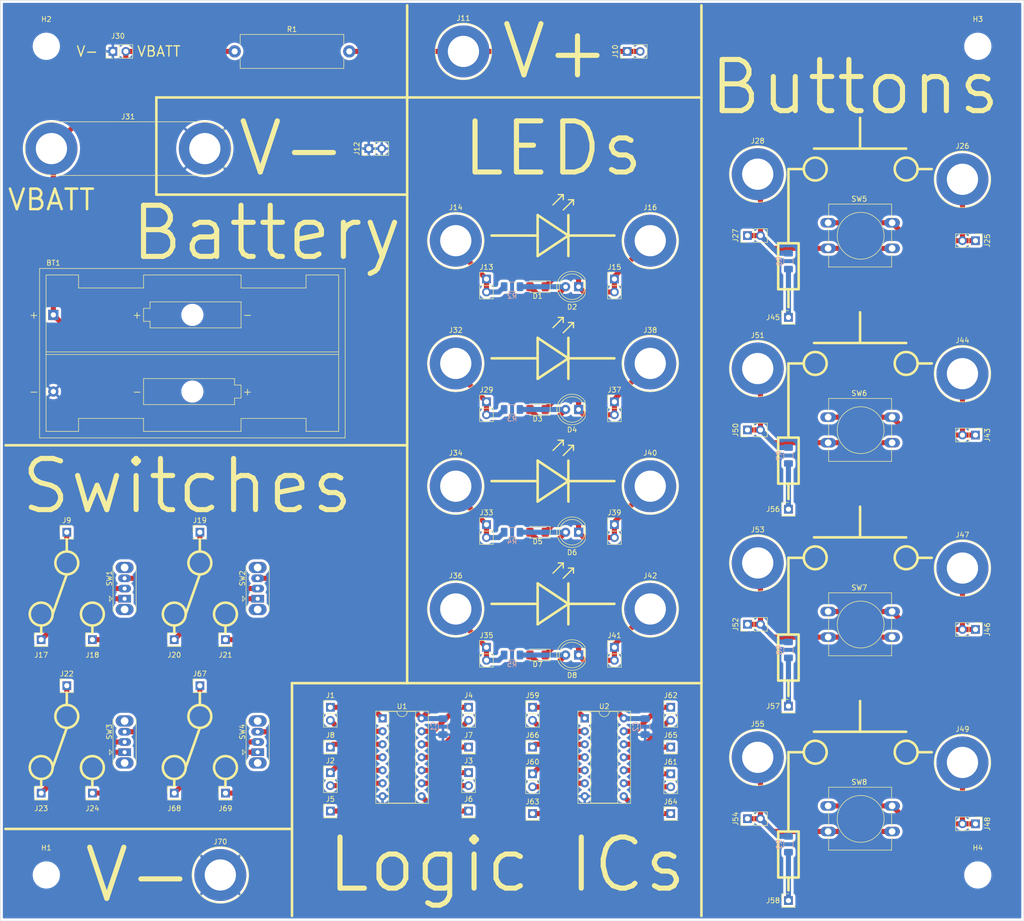
<source format=kicad_pcb>
(kicad_pcb (version 20211014) (generator pcbnew)
  (layers (0 "F.Cu" signal) (31 "B.Cu" signal) (34 "B.Paste" user) (35 "F.Paste" user) (36 "B.SilkS" user "B.Silkscreen") (37 "F.SilkS" user "F.Silkscreen") (38 "B.Mask" user) (39 "F.Mask" user) (44 "Edge.Cuts" user))
  (net 0 "")
  (net 1 "+BATT")
  (net 2 "GND")
  (net 3 "Net-(D1-Pad1)")
  (net 4 "Net-(D1-Pad2)")
  (net 5 "Net-(D3-Pad1)")
  (net 6 "Net-(D3-Pad2)")
  (net 7 "Net-(D5-Pad1)")
  (net 8 "Net-(D5-Pad2)")
  (net 9 "Net-(D7-Pad1)")
  (net 10 "Net-(D7-Pad2)")
  (net 11 "Net-(J2-Pad1)")
  (net 12 "Net-(J2-Pad2)")
  (net 13 "Net-(J3-Pad1)")
  (net 14 "Net-(J3-Pad2)")
  (net 15 "Net-(J4-Pad1)")
  (net 16 "Net-(J4-Pad2)")
  (net 17 "Net-(J5-Pad1)")
  (net 18 "Net-(J6-Pad1)")
  (net 19 "Net-(J7-Pad1)")
  (net 20 "Net-(J8-Pad1)")
  (net 21 "Net-(J9-Pad1)")
  (net 22 "Net-(J1-Pad2)")
  (net 23 "Net-(J17-Pad1)")
  (net 24 "Net-(J18-Pad1)")
  (net 25 "Net-(J19-Pad1)")
  (net 26 "Net-(J20-Pad1)")
  (net 27 "Net-(J21-Pad1)")
  (net 28 "Net-(J22-Pad1)")
  (net 29 "Net-(J23-Pad1)")
  (net 30 "Net-(J24-Pad1)")
  (net 31 "Net-(J25-Pad1)")
  (net 32 "Net-(J1-Pad1)")
  (net 33 "Net-(J29-Pad1)")
  (net 34 "Net-(J33-Pad1)")
  (net 35 "Net-(J35-Pad1)")
  (net 36 "Net-(J45-Pad1)")
  (net 37 "Net-(J61-Pad1)")
  (net 38 "Net-(J61-Pad2)")
  (net 39 "Net-(J62-Pad1)")
  (net 40 "Net-(J62-Pad2)")
  (net 41 "Net-(J63-Pad1)")
  (net 42 "Net-(J64-Pad1)")
  (net 43 "Net-(J65-Pad1)")
  (net 44 "Net-(J66-Pad1)")
  (net 45 "Net-(J13-Pad1)")
  (net 46 "Net-(J27-Pad1)")
  (net 47 "Net-(J43-Pad1)")
  (net 48 "Net-(J46-Pad1)")
  (net 49 "Net-(J48-Pad1)")
  (net 50 "Net-(J50-Pad1)")
  (net 51 "Net-(J52-Pad1)")
  (net 52 "Net-(J54-Pad1)")
  (net 53 "Net-(J56-Pad1)")
  (net 54 "Net-(J57-Pad1)")
  (net 55 "Net-(J58-Pad1)")
  (net 56 "Net-(J59-Pad2)")
  (net 57 "Net-(J59-Pad1)")
  (net 58 "Net-(J60-Pad2)")
  (net 59 "Net-(J60-Pad1)")
  (net 60 "Net-(R1-Pad2)")
  (net 61 "Net-(J67-Pad1)")
  (net 62 "Net-(J68-Pad1)")
  (net 63 "Net-(J69-Pad1)")
  (footprint "Button_Switch_THT:SW_PUSH-12mm" (layer "F.Cu") (at 204.22 285.5)
    (fp_text reference "SW5")
    (fp_text value "SW_Push")
  )
  (footprint "Connector_PinHeader_2.54mm:PinHeader_1x02_P2.54mm_Vertical" (layer "F.Cu") (at 133.96 393)
    (fp_text reference "J3")
    (fp_text value "Conn_01x02")
  )
  (footprint "Connector_PinHeader_2.54mm:PinHeader_1x02_P2.54mm_Vertical" (layer "F.Cu") (at 164.96 252 90)
    (fp_text reference "J10")
    (fp_text value "Conn_01x02")
  )
  (footprint "Connector:Banana_Jack_1Pin" (layer "F.Cu") (at 131.46 337)
    (fp_text reference "J34")
    (fp_text value "Conn_01x01")
  )
  (footprint "Connector_PinHeader_2.54mm:PinHeader_1x01_P2.54mm_Vertical" (layer "F.Cu") (at 55.46 346)
    (fp_text reference "J9")
    (fp_text value "Conn_01x01")
  )
  (footprint "Button_Switch_THT:SW_Slide_1P2T_CK_OS102011MS2Q" (layer "F.Cu") (at 92.7575 389 90)
    (fp_text reference "SW4")
    (fp_text value "SW_SPDT")
  )
  (footprint "MountingHole:MountingHole_4.3mm_M4" (layer "F.Cu") (at 233.46 251)
    (fp_text reference "H3")
    (fp_text value "MountingHole")
  )
  (footprint "Connector_PinHeader_2.54mm:PinHeader_1x01_P2.54mm_Vertical" (layer "F.Cu") (at 55.46 376)
    (fp_text reference "J22")
    (fp_text value "Conn_01x01")
  )
  (footprint "Connector_PinHeader_2.54mm:PinHeader_1x02_P2.54mm_Vertical" (layer "F.Cu") (at 137.46 368.5)
    (fp_text reference "J35")
    (fp_text value "Conn_01x02")
  )
  (footprint "Connector_PinHeader_2.54mm:PinHeader_1x01_P2.54mm_Vertical" (layer "F.Cu") (at 60.46 367)
    (fp_text reference "J18")
    (fp_text value "Conn_01x01")
  )
  (footprint "Connector_PinHeader_2.54mm:PinHeader_1x01_P2.54mm_Vertical" (layer "F.Cu") (at 196.46 380)
    (fp_text reference "J57")
    (fp_text value "Conn_01x01")
  )
  (footprint "Connector:Banana_Jack_1Pin" (layer "F.Cu") (at 131.46 361)
    (fp_text reference "J36")
    (fp_text value "Conn_01x01")
  )
  (footprint "Connector_PinHeader_2.54mm:PinHeader_1x01_P2.54mm_Vertical" (layer "F.Cu") (at 81.46 376)
    (fp_text reference "J67")
    (fp_text value "Conn_01x01")
  )
  (footprint "Connector_PinHeader_2.54mm:PinHeader_1x02_P2.54mm_Vertical" (layer "F.Cu") (at 188.46 364 90)
    (fp_text reference "J52")
    (fp_text value "Conn_01x02")
  )
  (footprint "LED_SMD:LED_1206_3216Metric_Pad1.42x1.75mm_HandSolder" (layer "F.Cu") (at 147.4475 298 180)
    (fp_text reference "D1")
    (fp_text value "LED")
  )
  (footprint "Connector_PinHeader_2.54mm:PinHeader_1x02_P2.54mm_Vertical" (layer "F.Cu") (at 173.46 393.225)
    (fp_text reference "J61")
    (fp_text value "Conn_01x02")
  )
  (footprint "Connector_PinHeader_2.54mm:PinHeader_1x02_P2.54mm_Vertical" (layer "F.Cu") (at 188.46 402 90)
    (fp_text reference "J54")
    (fp_text value "Conn_01x02")
  )
  (footprint "Connector_PinHeader_2.54mm:PinHeader_1x02_P2.54mm_Vertical" (layer "F.Cu") (at 64.46 252 90)
    (fp_text reference "J30")
    (fp_text value "Conn_01x02")
  )
  (footprint "Connector_PinHeader_2.54mm:PinHeader_1x01_P2.54mm_Vertical" (layer "F.Cu") (at 173.46 401)
    (fp_text reference "J64")
    (fp_text value "Conn_01x01")
  )
  (footprint "Button_Switch_THT:SW_PUSH-12mm" (layer "F.Cu") (at 204.22 361.5)
    (fp_text reference "SW7")
    (fp_text value "SW_Push")
  )
  (footprint "Connector_PinHeader_2.54mm:PinHeader_1x02_P2.54mm_Vertical" (layer "F.Cu") (at 106.96 380.225)
    (fp_text reference "J1")
    (fp_text value "Conn_01x02")
  )
  (footprint "Connector:Banana_Jack_1Pin" (layer "F.Cu") (at 190.46 314)
    (fp_text reference "J51")
    (fp_text value "Conn_01x01")
  )
  (footprint "Connector_PinHeader_2.54mm:PinHeader_1x02_P2.54mm_Vertical" (layer "F.Cu") (at 162.46 320.5)
    (fp_text reference "J37")
    (fp_text value "Conn_01x02")
  )
  (footprint "Connector_PinHeader_2.54mm:PinHeader_1x02_P2.54mm_Vertical" (layer "F.Cu") (at 146.46 380.225)
    (fp_text reference "J59")
    (fp_text value "Conn_01x02")
  )
  (footprint "Connector:Banana_Jack_1Pin" (layer "F.Cu") (at 230.46 353)
    (fp_text reference "J47")
    (fp_text value "Conn_01x01")
  )
  (footprint "Connector:Banana_Jack_1Pin" (layer "F.Cu") (at 131.46 313)
    (fp_text reference "J32")
    (fp_text value "Conn_01x01")
  )
  (footprint "Connector_PinHeader_2.54mm:PinHeader_1x01_P2.54mm_Vertical" (layer "F.Cu") (at 60.46 397)
    (fp_text reference "J24")
    (fp_text value "Conn_01x01")
  )
  (footprint "Package_DIP:DIP-14_W7.62mm_Socket" (layer "F.Cu") (at 156.66 382.375)
    (fp_text reference "U2")
    (fp_text value "74HC00")
  )
  (footprint "Button_Switch_THT:SW_PUSH-12mm" (layer "F.Cu") (at 204.22 323.5)
    (fp_text reference "SW6")
    (fp_text value "SW_Push")
  )
  (footprint "Connector:Banana_Jack_1Pin" (layer "F.Cu") (at 131.46 289)
    (fp_text reference "J14")
    (fp_text value "Conn_01x01")
  )
  (footprint "Connector:Banana_Jack_1Pin" (layer "F.Cu") (at 230.46 277)
    (fp_text reference "J26")
    (fp_text value "Conn_01x01")
  )
  (footprint "Connector_PinHeader_2.54mm:PinHeader_1x02_P2.54mm_Vertical" (layer "F.Cu") (at 233 365 -90)
    (fp_text reference "J46")
    (fp_text value "Conn_01x02")
  )
  (footprint "LED_THT:LED_D5.0mm" (layer "F.Cu") (at 155.46 298 180)
    (fp_text reference "D2")
    (fp_text value "LED")
  )
  (footprint "Connector_PinHeader_2.54mm:PinHeader_1x01_P2.54mm_Vertical" (layer "F.Cu") (at 133.96 400.5)
    (fp_text reference "J6")
    (fp_text value "Conn_01x01")
  )
  (footprint "Connector_PinHeader_2.54mm:PinHeader_1x01_P2.54mm_Vertical" (layer "F.Cu") (at 86.46 397)
    (fp_text reference "J69")
    (fp_text value "Conn_01x01")
  )
  (footprint "Connector:Banana_Jack_1Pin" (layer "F.Cu") (at 169.46 361)
    (fp_text reference "J42")
    (fp_text value "Conn_01x01")
  )
  (footprint "Connector_PinHeader_2.54mm:PinHeader_1x02_P2.54mm_Vertical" (layer "F.Cu") (at 133.96 380.225)
    (fp_text reference "J4")
    (fp_text value "Conn_01x02")
  )
  (footprint "Connector_PinHeader_2.54mm:PinHeader_1x01_P2.54mm_Vertical" (layer "F.Cu") (at 133.96 388)
    (fp_text reference "J7")
    (fp_text value "Conn_01x01")
  )
  (footprint "Connector_PinHeader_2.54mm:PinHeader_1x01_P2.54mm_Vertical" (layer "F.Cu") (at 173.46 388)
    (fp_text reference "J65")
    (fp_text value "Conn_01x01")
  )
  (footprint "Button_Switch_THT:SW_Slide_1P2T_CK_OS102011MS2Q" (layer "F.Cu") (at 66.7575 389 90)
    (fp_text reference "SW3")
    (fp_text value "SW_SPDT")
  )
  (footprint "Connector_PinHeader_2.54mm:PinHeader_1x01_P2.54mm_Vertical" (layer "F.Cu") (at 106.96 388)
    (fp_text reference "J8")
    (fp_text value "Conn_01x01")
  )
  (footprint "Connector_PinHeader_2.54mm:PinHeader_1x01_P2.54mm_Vertical" (layer "F.Cu") (at 50.46 367)
    (fp_text reference "J17")
    (fp_text value "Conn_01x01")
  )
  (footprint "Connector:Banana_Jack_1Pin" (layer "F.Cu") (at 190.46 276)
    (fp_text reference "J28")
    (fp_text value "Conn_01x01")
  )
  (footprint "LED_THT:LED_D5.0mm" (layer "F.Cu") (at 155.46 370 180)
    (fp_text reference "D8")
    (fp_text value "LED")
  )
  (footprint "Connector_PinHeader_2.54mm:PinHeader_1x02_P2.54mm_Vertical" (layer "F.Cu") (at 233 403 -90)
    (fp_text reference "J48")
    (fp_text value "Conn_01x02")
  )
  (footprint "Connector_PinHeader_2.54mm:PinHeader_1x02_P2.54mm_Vertical" (layer "F.Cu") (at 162.46 344.5)
    (fp_text reference "J39")
    (fp_text value "Conn_01x02")
  )
  (footprint "Connector:Banana_Jack_1Pin" (layer "F.Cu") (at 132.96 252)
    (fp_text reference "J11")
    (fp_text value "Conn_01x01")
  )
  (footprint "Button_Switch_THT:SW_Slide_1P2T_CK_OS102011MS2Q" (layer "F.Cu") (at 92.7575 359 90)
    (fp_text reference "SW2")
    (fp_text value "SW_SPDT")
  )
  (footprint "Button_Switch_THT:SW_PUSH-12mm" (layer "F.Cu") (at 204.22 399.5)
    (fp_text reference "SW8")
    (fp_text value "SW_Push")
  )
  (footprint "Connector_PinHeader_2.54mm:PinHeader_1x01_P2.54mm_Vertical" (layer "F.Cu") (at 50.46 397)
    (fp_text reference "J23")
    (fp_text value "Conn_01x01")
  )
  (footprint "Connector:Banana_Jack_1Pin" (layer "F.Cu") (at 169.46 313)
    (fp_text reference "J38")
    (fp_text value "Conn_01x01")
  )
  (footprint "Connector:Banana_Jack_1Pin" (layer "F.Cu") (at 85.46 413)
    (fp_text reference "J70")
    (fp_text value "Conn_01x01")
  )
  (footprint "Connector_PinHeader_2.54mm:PinHeader_1x01_P2.54mm_Vertical" (layer "F.Cu") (at 196.46 341.5)
    (fp_text reference "J56")
    (fp_text value "Conn_01x01")
  )
  (footprint "MountingHole:MountingHole_4.3mm_M4" (layer "F.Cu") (at 51.46 413)
    (fp_text reference "H1")
    (fp_text value "MountingHole")
  )
  (footprint "Connector_PinHeader_2.54mm:PinHeader_1x02_P2.54mm_Vertical" (layer "F.Cu") (at 173.46 380.225)
    (fp_text reference "J62")
    (fp_text value "Conn_01x02")
  )
  (footprint "Connector:Banana_Jack_1Pin" (layer "F.Cu") (at 230.46 391)
    (fp_text reference "J49")
    (fp_text value "Conn_01x01")
  )
  (footprint "Connector:Banana_Jack_2Pin" (layer "F.Cu") (at 52.46 271)
    (fp_text reference "J31")
    (fp_text value "Conn_01x02")
  )
  (footprint "Connector_PinHeader_2.54mm:PinHeader_1x02_P2.54mm_Vertical" (layer "F.Cu") (at 146.46 393.225)
    (fp_text reference "J60")
    (fp_text value "Conn_01x02")
  )
  (footprint "Connector_PinHeader_2.54mm:PinHeader_1x02_P2.54mm_Vertical" (layer "F.Cu") (at 162.46 368.5)
    (fp_text reference "J41")
    (fp_text value "Conn_01x02")
  )
  (footprint "Connector_PinHeader_2.54mm:PinHeader_1x01_P2.54mm_Vertical" (layer "F.Cu") (at 76.46 397)
    (fp_text reference "J68")
    (fp_text value "Conn_01x01")
  )
  (footprint "Connector:Banana_Jack_1Pin" (layer "F.Cu") (at 169.46 289)
    (fp_text reference "J16")
    (fp_text value "Conn_01x01")
  )
  (footprint "Connector_PinHeader_2.54mm:PinHeader_1x02_P2.54mm_Vertical" (layer "F.Cu") (at 137.46 344.5)
    (fp_text reference "J33")
    (fp_text value "Conn_01x02")
  )
  (footprint "Connector_PinHeader_2.54mm:PinHeader_1x02_P2.54mm_Vertical" (layer "F.Cu") (at 114.46 271 90)
    (fp_text reference "J12")
    (fp_text value "Conn_01x02")
  )
  (footprint "MountingHole:MountingHole_4.3mm_M4" (layer "F.Cu") (at 233.46 413)
    (fp_text reference "H4")
    (fp_text value "MountingHole")
  )
  (footprint "MountingHole:MountingHole_4.3mm_M4" (layer "F.Cu") (at 51.46 251)
    (fp_text reference "H2")
    (fp_text value "MountingHole")
  )
  (footprint "Connector_PinHeader_2.54mm:PinHeader_1x01_P2.54mm_Vertical" (layer "F.Cu") (at 106.96 400.5)
    (fp_text reference "J5")
    (fp_text value "Conn_01x01")
  )
  (footprint "Connector_PinHeader_2.54mm:PinHeader_1x02_P2.54mm_Vertical" (layer "F.Cu") (at 137.46 296.5)
    (fp_text reference "J13")
    (fp_text value "Conn_01x02")
  )
  (footprint "Connector_PinHeader_2.54mm:PinHeader_1x01_P2.54mm_Vertical" (layer "F.Cu") (at 196.46 304)
    (fp_text reference "J45")
    (fp_text value "Conn_01x01")
  )
  (footprint "Connector_PinHeader_2.54mm:PinHeader_1x01_P2.54mm_Vertical" (layer "F.Cu") (at 81.46 346)
    (fp_text reference "J19")
    (fp_text value "Conn_01x01")
  )
  (footprint "Connector_PinHeader_2.54mm:PinHeader_1x02_P2.54mm_Vertical" (layer "F.Cu") (at 137.46 320.5)
    (fp_text reference "J29")
    (fp_text value "Conn_01x02")
  )
  (footprint "Connector_PinHeader_2.54mm:PinHeader_1x01_P2.54mm_Vertical" (layer "F.Cu") (at 76.46 367)
    (fp_text reference "J20")
    (fp_text value "Conn_01x01")
  )
  (footprint "Connector_PinHeader_2.54mm:PinHeader_1x02_P2.54mm_Vertical" (layer "F.Cu") (at 188.46 326 90)
    (fp_text reference "J50")
    (fp_text value "Conn_01x02")
  )
  (footprint "Battery:BatteryHolder_Keystone_2462_2xAA" (layer "F.Cu") (at 52.835 303.505)
    (fp_text reference "BT1")
    (fp_text value "Battery")
  )
  (footprint "Connector_PinHeader_2.54mm:PinHeader_1x02_P2.54mm_Vertical" (layer "F.Cu") (at 106.96 393)
    (fp_text reference "J2")
    (fp_text value "Conn_01x02")
  )
  (footprint "Connector_PinHeader_2.54mm:PinHeader_1x01_P2.54mm_Vertical" (layer "F.Cu") (at 146.46 388)
    (fp_text reference "J66")
    (fp_text value "Conn_01x01")
  )
  (footprint "Connector_PinHeader_2.54mm:PinHeader_1x02_P2.54mm_Vertical" (layer "F.Cu") (at 162.46 296.5)
    (fp_text reference "J15")
    (fp_text value "Conn_01x02")
  )
  (footprint "Connector_PinHeader_2.54mm:PinHeader_1x02_P2.54mm_Vertical" (layer "F.Cu") (at 188.46 288 90)
    (fp_text reference "J27")
    (fp_text value "Conn_01x02")
  )
  (footprint "Connector:Banana_Jack_1Pin" (layer "F.Cu") (at 190.46 390)
    (fp_text reference "J55")
    (fp_text value "Conn_01x01")
  )
  (footprint "Connector_PinHeader_2.54mm:PinHeader_1x02_P2.54mm_Vertical" (layer "F.Cu") (at 233 327 -90)
    (fp_text reference "J43")
    (fp_text value "Conn_01x02")
  )
  (footprint "Connector:Banana_Jack_1Pin" (layer "F.Cu") (at 190.46 352)
    (fp_text reference "J53")
    (fp_text value "Conn_01x01")
  )
  (footprint "Connector:Banana_Jack_1Pin" (layer "F.Cu") (at 230.46 315)
    (fp_text reference "J44")
    (fp_text value "Conn_01x01")
  )
  (footprint "Package_DIP:DIP-14_W7.62mm_Socket" (layer "F.Cu") (at 117.16 382.375)
    (fp_text reference "U1")
    (fp_text value "74HC00")
  )
  (footprint "Button_Switch_THT:SW_Slide_1P2T_CK_OS102011MS2Q" (layer "F.Cu") (at 66.7575 359 90)
    (fp_text reference "SW1")
    (fp_text value "SW_SPDT")
  )
  (footprint "Connector:Banana_Jack_1Pin" (layer "F.Cu") (at 169.46 337)
    (fp_text reference "J40")
    (fp_text value "Conn_01x01")
  )
  (footprint "Connector_PinHeader_2.54mm:PinHeader_1x02_P2.54mm_Vertical" (layer "F.Cu") (at 233 289 -90)
    (fp_text reference "J25")
    (fp_text value "Conn_01x02")
  )
  (footprint "LED_SMD:LED_1206_3216Metric_Pad1.42x1.75mm_HandSolder" (layer "F.Cu") (at 147.4475 370 180)
    (fp_text reference "D7")
    (fp_text value "LED")
  )
  (footprint "Connector_PinHeader_2.54mm:PinHeader_1x01_P2.54mm_Vertical" (layer "F.Cu") (at 196.46 418)
    (fp_text reference "J58")
    (fp_text value "Conn_01x01")
  )
  (footprint "Connector_PinHeader_2.54mm:PinHeader_1x01_P2.54mm_Vertical" (layer "F.Cu") (at 146.46 401)
    (fp_text reference "J63")
    (fp_text value "Conn_01x01")
  )
  (footprint "LED_THT:LED_D5.0mm" (layer "F.Cu") (at 155.46 346 180)
    (fp_text reference "D6")
    (fp_text value "LED")
  )
  (footprint "LED_SMD:LED_1206_3216Metric_Pad1.42x1.75mm_HandSolder" (layer "F.Cu") (at 147.4475 322 180)
    (fp_text reference "D3")
    (fp_text value "LED")
  )
  (footprint "LED_THT:LED_D5.0mm" (layer "F.Cu") (at 155.46 322 180)
    (fp_text reference "D4")
    (fp_text value "LED")
  )
  (footprint "Connector_PinHeader_2.54mm:PinHeader_1x01_P2.54mm_Vertical" (layer "F.Cu") (at 86.46 367)
    (fp_text reference "J21")
    (fp_text value "Conn_01x01")
  )
  (footprint "Resistor_THT:R_Axial_Power_L20.0mm_W6.4mm_P22.40mm" (layer "F.Cu") (at 88.26 252)
    (fp_text reference "R1")
    (fp_text value "10")
  )
  (footprint "LED_SMD:LED_1206_3216Metric_Pad1.42x1.75mm_HandSolder" (layer "F.Cu") (at 147.4475 346 180)
    (fp_text reference "D5")
    (fp_text value "LED")
  )
  (footprint "Resistor_SMD:R_1206_3216Metric_Pad1.30x1.75mm_HandSolder" (layer "B.Cu") (at 142.46 370)
    (fp_text reference "R5")
    (fp_text value "200")
  )
  (footprint "Resistor_SMD:R_1206_3216Metric_Pad1.30x1.75mm_HandSolder" (layer "B.Cu") (at 142.46 298)
    (fp_text reference "R2")
    (fp_text value "200")
  )
  (footprint "Resistor_SMD:R_1206_3216Metric_Pad1.30x1.75mm_HandSolder" (layer "B.Cu") (at 142.46 346)
    (fp_text reference "R4")
    (fp_text value "200")
  )
  (footprint "Resistor_SMD:R_1206_3216Metric_Pad1.30x1.75mm_HandSolder" (layer "B.Cu") (at 196.46 369 -90)
    (fp_text reference "R8")
    (fp_text value "10k")
  )
  (footprint "Capacitor_SMD:C_1206_3216Metric_Pad1.33x1.80mm_HandSolder" (layer "B.Cu") (at 168.46 384 -90)
    (fp_text reference "C2")
    (fp_text value "100n")
  )
  (footprint "Resistor_SMD:R_1206_3216Metric_Pad1.30x1.75mm_HandSolder" (layer "B.Cu") (at 142.46 322)
    (fp_text reference "R3")
    (fp_text value "200")
  )
  (footprint "Resistor_SMD:R_1206_3216Metric_Pad1.30x1.75mm_HandSolder" (layer "B.Cu") (at 196.46 293 -90)
    (fp_text reference "R6")
    (fp_text value "10k")
  )
  (footprint "Resistor_SMD:R_1206_3216Metric_Pad1.30x1.75mm_HandSolder" (layer "B.Cu") (at 196.46 331 -90)
    (fp_text reference "R7")
    (fp_text value "10k")
  )
  (footprint "Capacitor_SMD:C_1206_3216Metric_Pad1.33x1.80mm_HandSolder" (layer "B.Cu") (at 128.96 384 -90)
    (fp_text reference "C1")
    (fp_text value "100n")
  )
  (footprint "Resistor_SMD:R_1206_3216Metric_Pad1.30x1.75mm_HandSolder" (layer "B.Cu") (at 196.46 407 -90)
    (fp_text reference "R9")
    (fp_text value "10k")
  )
  (gr_line (start 152.46 304) (end 151.46 304) (layer "F.SilkS") (width 0.25))
  (gr_line (start 199.46 313) (end 196.46 313) (layer "F.SilkS") (width 0.5))
  (gr_line (start 196.46 366) (end 196.46 351) (layer "F.SilkS") (width 0.5))
  (gr_line (start 196.46 375) (end 196.46 378) (layer "F.SilkS") (width 0.5))
  (gr_line (start 196.46 336.5) (end 196.46 339.5) (layer "F.SilkS") (width 0.5))
  (gr_line (start 152.46 352) (end 151.46 352) (layer "F.SilkS") (width 0.25))
  (gr_line (start 147.46 292) (end 147.46 284) (layer "F.SilkS") (width 0.5))
  (gr_line (start 154.46 329) (end 154.46 330) (layer "F.SilkS") (width 0.25))
  (gr_line (start 153.46 284) (end 153.46 292) (layer "F.SilkS") (width 0.5))
  (gr_line (start 153.46 288) (end 147.46 292) (layer "F.SilkS") (width 0.5))
  (gr_line (start 76.46 364.236068) (end 76.46 365.67) (layer "F.SilkS") (width 0.5))
  (gr_line (start 179.46 243) (end 179.46 421) (layer "F.SilkS") (width 0.5))
  (gr_line (start 154.46 353) (end 153.46 353) (layer "F.SilkS") (width 0.25))
  (gr_line (start 154.46 305) (end 154.46 306) (layer "F.SilkS") (width 0.25))
  (gr_line (start 60.46 394.236068) (end 60.46 395.67) (layer "F.SilkS") (width 0.5))
  (gr_circle (center 201.696067 275) (end 203.932135 275) (layer "F.SilkS") (width 0.5) (fill none))
  (gr_circle (center 86.46 362) (end 88.696068 362) (layer "F.SilkS") (width 0.5) (fill none))
  (gr_line (start 81.46 384.236068) (end 78.696068 392) (layer "F.SilkS") (width 0.5))
  (gr_line (start 210.46 309) (end 219.46 309) (layer "F.SilkS") (width 0.5))
  (gr_line (start 153.46 312) (end 153.46 308) (layer "F.SilkS") (width 0.15))
  (gr_line (start 152.46 280) (end 151.46 280) (layer "F.SilkS") (width 0.25))
  (gr_circle (center 219.46 389) (end 221.696068 389) (layer "F.SilkS") (width 0.5) (fill none))
  (gr_rect (start 194.46 366) (end 198.46 375) (layer "F.SilkS") (width 0.5) (fill none))
  (gr_line (start 81.46 354.236068) (end 78.696068 362) (layer "F.SilkS") (width 0.5))
  (gr_line (start 147.46 316) (end 147.46 308) (layer "F.SilkS") (width 0.5))
  (gr_line (start 81.46 347.33) (end 81.46 349.763932) (layer "F.SilkS") (width 0.5))
  (gr_line (start 153.46 336) (end 162.46 336) (layer "F.SilkS") (width 0.5))
  (gr_circle (center 76.46 362) (end 78.696068 362) (layer "F.SilkS") (width 0.5) (fill none))
  (gr_line (start 152.46 307) (end 154.46 305) (layer "F.SilkS") (width 0.25))
  (gr_rect (start 72.96 280) (end 121.96 261) (layer "F.SilkS") (width 0.5) (fill none))
  (gr_line (start 221.696067 389) (end 224.46 389) (layer "F.SilkS") (width 0.5))
  (gr_line (start 150.46 282) (end 152.46 280) (layer "F.SilkS") (width 0.25))
  (gr_line (start 210.46 303) (end 210.46 309) (layer "F.SilkS") (width 0.5))
  (gr_line (start 152.46 328) (end 151.46 328) (layer "F.SilkS") (width 0.25))
  (gr_line (start 99.46 375.5) (end 99.46 421) (layer "F.SilkS") (width 0.5))
  (gr_line (start 138.46 336) (end 147.46 336) (layer "F.SilkS") (width 0.5))
  (gr_line (start 199.46 389) (end 196.46 389) (layer "F.SilkS") (width 0.5))
  (gr_line (start 121.96 261) (end 179.46 261) (layer "F.SilkS") (width 0.5))
  (gr_line (start 138.46 312) (end 147.46 312) (layer "F.SilkS") (width 0.5))
  (gr_line (start 121.96 375.5) (end 99.46 375.5) (layer "F.SilkS") (width 0.5))
  (gr_line (start 152.46 328) (end 152.46 329) (layer "F.SilkS") (width 0.25))
  (gr_line (start 60.46 364.236068) (end 60.46 365.67) (layer "F.SilkS") (width 0.5))
  (gr_line (start 153.46 336) (end 147.46 340) (layer "F.SilkS") (width 0.5))
  (gr_circle (center 201.696067 351) (end 203.932135 351) (layer "F.SilkS") (width 0.5) (fill none))
  (gr_line (start 154.46 281) (end 154.46 282) (layer "F.SilkS") (width 0.25))
  (gr_line (start 50.46 364.236068) (end 50.46 365.67) (layer "F.SilkS") (width 0.5))
  (gr_line (start 150.46 354) (end 152.46 352) (layer "F.SilkS") (width 0.25))
  (gr_line (start 153.46 332) (end 153.46 340) (layer "F.SilkS") (width 0.5))
  (gr_line (start 81.46 377.33) (end 81.46 379.763932) (layer "F.SilkS") (width 0.5))
  (gr_circle (center 55.46 382) (end 57.696068 382) (layer "F.SilkS") (width 0.5) (fill none))
  (gr_line (start 121.96 329) (end 43.5 329) (layer "F.SilkS") (width 0.5))
  (gr_line (start 153.46 308) (end 153.46 316) (layer "F.SilkS") (width 0.5))
  (gr_circle (center 76.46 392) (end 78.696068 392) (layer "F.SilkS") (width 0.5) (fill none))
  (gr_line (start 99.46 404) (end 43.46 404) (layer "F.SilkS") (width 0.5))
  (gr_line (start 150.46 330) (end 152.46 328) (layer "F.SilkS") (width 0.25))
  (gr_line (start 147.46 340) (end 147.46 332) (layer "F.SilkS") (width 0.5))
  (gr_line (start 199.46 275) (end 196.46 275) (layer "F.SilkS") (width 0.5))
  (gr_line (start 152.46 352) (end 152.46 353) (layer "F.SilkS") (width 0.25))
  (gr_line (start 153.46 336) (end 153.46 332) (layer "F.SilkS") (width 0.15))
  (gr_line (start 152.46 331) (end 154.46 329) (layer "F.SilkS") (width 0.25))
  (gr_line (start 153.46 360) (end 162.46 360) (layer "F.SilkS") (width 0.5))
  (gr_line (start 147.46 356) (end 153.46 360) (layer "F.SilkS") (width 0.5))
  (gr_line (start 152.46 355) (end 154.46 353) (layer "F.SilkS") (width 0.25))
  (gr_line (start 153.46 288) (end 153.46 284) (layer "F.SilkS") (width 0.15))
  (gr_line (start 210.46 265) (end 210.46 271) (layer "F.SilkS") (width 0.5))
  (gr_circle (center 55.46 352) (end 57.696068 352) (layer "F.SilkS") (width 0.5) (fill none))
  (gr_circle (center 60.46 392) (end 62.696068 392) (layer "F.SilkS") (width 0.5) (fill none))
  (gr_circle (center 219.46 313) (end 221.696068 313) (layer "F.SilkS") (width 0.5) (fill none))
  (gr_line (start 147.46 364) (end 147.46 356) (layer "F.SilkS") (width 0.5))
  (gr_line (start 210.46 385) (end 219.46 385) (layer "F.SilkS") (width 0.5))
  (gr_circle (center 86.46 392) (end 88.696068 392) (layer "F.SilkS") (width 0.5) (fill none))
  (gr_line (start 221.696067 351) (end 224.46 351) (layer "F.SilkS") (width 0.5))
  (gr_line (start 210.46 385) (end 201.46 385) (layer "F.SilkS") (width 0.5))
  (gr_line (start 152.46 304) (end 152.46 305) (layer "F.SilkS") (width 0.25))
  (gr_line (start 221.696067 313) (end 224.46 313) (layer "F.SilkS") (width 0.5))
  (gr_line (start 196.46 289.5) (end 196.46 275) (layer "F.SilkS") (width 0.5))
  (gr_circle (center 50.46 362) (end 52.696068 362) (layer "F.SilkS") (width 0.5) (fill none))
  (gr_circle (center 201.696067 389) (end 203.932135 389) (layer "F.SilkS") (width 0.5) (fill none))
  (gr_line (start 121.96 280) (end 121.96 375.5) (layer "F.SilkS") (width 0.5))
  (gr_line (start 153.46 288) (end 162.46 288) (layer "F.SilkS") (width 0.5))
  (gr_line (start 196.46 413.5) (end 196.46 416) (layer "F.SilkS") (width 0.5))
  (gr_rect (start 194.46 289.5) (end 198.46 298.5) (layer "F.SilkS") (width 0.5) (fill none))
  (gr_line (start 154.46 281) (end 153.46 281) (layer "F.SilkS") (width 0.25))
  (gr_circle (center 219.46 275) (end 221.696068 275) (layer "F.SilkS") (width 0.5) (fill none))
  (gr_line (start 199.46 351) (end 196.46 351) (layer "F.SilkS") (width 0.5))
  (gr_line (start 210.46 271) (end 201.46 271) (layer "F.SilkS") (width 0.5))
  (gr_line (start 153.46 360) (end 147.46 364) (layer "F.SilkS") (width 0.5))
  (gr_line (start 55.46 377.33) (end 55.46 379.763932) (layer "F.SilkS") (width 0.5))
  (gr_line (start 210.46 347) (end 201.46 347) (layer "F.SilkS") (width 0.5))
  (gr_line (start 210.46 309) (end 201.46 309) (layer "F.SilkS") (width 0.5))
  (gr_line (start 147.46 332) (end 153.46 336) (layer "F.SilkS") (width 0.5))
  (gr_line (start 152.46 283) (end 154.46 281) (layer "F.SilkS") (width 0.25))
  (gr_circle (center 219.46 351) (end 221.696068 351) (layer "F.SilkS") (width 0.5) (fill none))
  (gr_line (start 55.46 354.236068) (end 52.696068 362) (layer "F.SilkS") (width 0.5))
  (gr_line (start 210.46 341) (end 210.46 347) (layer "F.SilkS") (width 0.5))
  (gr_rect (start 194.46 327.5) (end 198.46 336.5) (layer "F.SilkS") (width 0.5) (fill none))
  (gr_circle (center 201.696067 313) (end 203.932135 313) (layer "F.SilkS") (width 0.5) (fill none))
  (gr_line (start 150.46 306) (end 152.46 304) (layer "F.SilkS") (width 0.25))
  (gr_line (start 210.46 379) (end 210.46 385) (layer "F.SilkS") (width 0.5))
  (gr_line (start 154.46 305) (end 153.46 305) (layer "F.SilkS") (width 0.25))
  (gr_line (start 138.46 360) (end 147.46 360) (layer "F.SilkS") (width 0.5))
  (gr_line (start 153.46 360) (end 153.46 356) (layer "F.SilkS") (width 0.15))
  (gr_line (start 86.46 394.236068) (end 86.46 395.67) (layer "F.SilkS") (width 0.5))
  (gr_line (start 153.46 356) (end 153.46 364) (layer "F.SilkS") (width 0.5))
  (gr_line (start 153.46 312) (end 162.46 312) (layer "F.SilkS") (width 0.5))
  (gr_line (start 196.46 298.5) (end 196.46 302) (layer "F.SilkS") (width 0.5))
  (gr_line (start 147.46 284) (end 153.46 288) (layer "F.SilkS") (width 0.5))
  (gr_line (start 196.46 404.5) (end 196.46 389) (layer "F.SilkS") (width 0.5))
  (gr_line (start 153.46 312) (end 147.46 316) (layer "F.SilkS") (width 0.5))
  (gr_line (start 152.46 280) (end 152.46 281) (layer "F.SilkS") (width 0.25))
  (gr_circle (center 81.46 352) (end 83.696068 352) (layer "F.SilkS") (width 0.5) (fill none))
  (gr_line (start 86.46 364.236068) (end 86.46 365.67) (layer "F.SilkS") (width 0.5))
  (gr_line (start 121.96 375.5) (end 179.46 375.5) (layer "F.SilkS") (width 0.5))
  (gr_line (start 154.46 329) (end 153.46 329) (layer "F.SilkS") (width 0.25))
  (gr_line (start 147.46 308) (end 153.46 312) (layer "F.SilkS") (width 0.5))
  (gr_line (start 210.46 271) (end 219.46 271) (layer "F.SilkS") (width 0.5))
  (gr_rect (start 194.46 404.5) (end 198.46 413.5) (layer "F.SilkS") (width 0.5) (fill none))
  (gr_line (start 196.46 327.5) (end 196.46 313) (layer "F.SilkS") (width 0.5))
  (gr_line (start 55.46 347.33) (end 55.46 349.763932) (layer "F.SilkS") (width 0.5))
  (gr_line (start 138.46 288) (end 147.46 288) (layer "F.SilkS") (width 0.5))
  (gr_line (start 210.46 347) (end 219.46 347) (layer "F.SilkS") (width 0.5))
  (gr_line (start 55.46 384.236068) (end 52.696068 392) (layer "F.SilkS") (width 0.5))
  (gr_line (start 50.46 394.236068) (end 50.46 395.67) (layer "F.SilkS") (width 0.5))
  (gr_line (start 76.46 394.236068) (end 76.46 395.67) (layer "F.SilkS") (width 0.5))
  (gr_circle (center 60.46 362) (end 62.696068 362) (layer "F.SilkS") (width 0.5) (fill none))
  (gr_circle (center 81.46 382) (end 83.696068 382) (layer "F.SilkS") (width 0.5) (fill none))
  (gr_line (start 121.96 261) (end 121.96 243) (layer "F.SilkS") (width 0.5))
  (gr_line (start 221.696067 275) (end 224.46 275) (layer "F.SilkS") (width 0.5))
  (gr_circle (center 50.46 392) (end 52.696068 392) (layer "F.SilkS") (width 0.5) (fill none))
  (gr_line (start 154.46 353) (end 154.46 354) (layer "F.SilkS") (width 0.25))
  (gr_rect (start 42.46 422) (end 242.46 242) (layer "Edge.Cuts") (width 0.1) (fill none))
  (gr_text "V-" (at 99.46 271) (layer "F.SilkS") (effects (font (size 10 10) (thickness 1))))
  (gr_text "LEDs" (at 150.46 271) (layer "F.SilkS") (effects (font (size 10 10) (thickness 1))))
  (gr_text "VBATT" (at 73.46 252) (layer "F.SilkS") (effects (font (size 2 2) (thickness 0.25))))
  (gr_text "V-" (at 59.46 252) (layer "F.SilkS") (effects (font (size 2 2) (thickness 0.25))))
  (gr_text "Switches\n" (at 79 337) (layer "F.SilkS") (effects (font (size 10 10) (thickness 1))))
  (gr_text "V-" (at 69.46 413) (layer "F.SilkS") (effects (font (size 10 10) (thickness 1))))
  (gr_text "VBATT" (at 52.46 281) (layer "F.SilkS") (effects (font (size 4 4) (thickness 0.5))))
  (gr_text "Buttons" (at 209.46 259) (layer "F.SilkS") (effects (font (size 10 10) (thickness 1))))
  (gr_text "V+" (at 150.96 252) (layer "F.SilkS") (effects (font (size 10 10) (thickness 1))))
  (gr_text "Logic ICs" (at 141.46 411) (layer "F.SilkS") (effects (font (size 10 10) (thickness 1))))
  (gr_text "Battery" (at 94.5 287.5) (layer "F.SilkS") (effects (font (size 10 10) (thickness 1))))
  (segment (start 67 252) (end 88.26 252) (width 1) (layer "F.Cu") (net 1))
  (segment (start 130.155 377) (end 124.78 382.375) (width 1) (layer "F.Cu") (net 1))
  (segment (start 119.46 377.055) (end 124.78 382.375) (width 1) (layer "F.Cu") (net 1))
  (segment (start 52.835 271.375) (end 52.46 271) (width 1) (layer "F.Cu") (net 1))
  (segment (start 52.46 271) (end 67 256.46) (width 1) (layer "F.Cu") (net 1))
  (segment (start 164.28 382.375) (end 158.905 377) (width 1) (layer "F.Cu") (net 1))
  (segment (start 158.905 377) (end 130.155 377) (width 1) (layer "F.Cu") (net 1))
  (segment (start 67 256.46) (end 67 252) (width 1) (layer "F.Cu") (net 1))
  (segment (start 52.835 303.505) (end 57.33 308) (width 1) (layer "F.Cu") (net 1))
  (segment (start 119.46 311) (end 119.46 377.055) (width 1) (layer "F.Cu") (net 1))
  (segment (start 57.33 308) (end 116.46 308) (width 1) (layer "F.Cu") (net 1))
  (segment (start 52.835 303.505) (end 52.835 271.375) (width 1) (layer "F.Cu") (net 1))
  (segment (start 116.46 308) (end 119.46 311) (width 1) (layer "F.Cu") (net 1))
  (segment (start 164.3425 382.4375) (end 164.28 382.375) (width 1) (layer "B.Cu") (net 1))
  (segment (start 124.8425 382.4375) (end 124.78 382.375) (width 1) (layer "B.Cu") (net 1))
  (segment (start 168.46 382.4375) (end 164.3425 382.4375) (width 1) (layer "B.Cu") (net 1))
  (segment (start 128.96 382.4375) (end 124.8425 382.4375) (width 1) (layer "B.Cu") (net 1))
  (segment (start 162.46 296.5) (end 162.46 296) (width 1) (layer "F.Cu") (net 3))
  (segment (start 162.46 299.04) (end 156.5 299.04) (width 1) (layer "F.Cu") (net 3))
  (segment (start 156.5 299.04) (end 155.46 298) (width 1) (layer "F.Cu") (net 3))
  (segment (start 162.46 296) (end 169.46 289) (width 1) (layer "F.Cu") (net 3))
  (segment (start 155.46 296.5) (end 154.96 296) (width 1) (layer "F.Cu") (net 3))
  (segment (start 162.46 299.04) (end 162.46 296.5) (width 1) (layer "F.Cu") (net 3))
  (segment (start 154.96 296) (end 150.935 296) (width 1) (layer "F.Cu") (net 3))
  (segment (start 148.935 298) (end 150.935 296) (width 1) (layer "F.Cu") (net 3))
  (segment (start 155.46 298) (end 155.46 296.5) (width 1) (layer "F.Cu") (net 3))
  (segment (start 150.92 300) (end 147.96 300) (width 1) (layer "F.Cu") (net 4))
  (segment (start 147.96 300) (end 145.96 298) (width 1) (layer "F.Cu") (net 4))
  (segment (start 152.92 298) (end 150.92 300) (width 1) (layer "F.Cu") (net 4))
  (segment (start 152.92 298) (end 144.01 298) (width 1) (layer "B.Cu") (net 4))
  (segment (start 162.46 320.5) (end 162.46 320) (width 1) (layer "F.Cu") (net 5))
  (segment (start 156.5 323.04) (end 155.46 322) (width 1) (layer "F.Cu") (net 5))
  (segment (start 148.935 322) (end 150.935 320) (width 1) (layer "F.Cu") (net 5))
  (segment (start 162.46 320) (end 169.46 313) (width 1) (layer "F.Cu") (net 5))
  (segment (start 162.46 323.04) (end 156.5 323.04) (width 1) (layer "F.Cu") (net 5))
  (segment (start 155.46 320.5) (end 154.96 320) (width 1) (layer "F.Cu") (net 5))
  (segment (start 162.46 323.04) (end 162.46 320.5) (width 1) (layer "F.Cu") (net 5))
  (segment (start 154.96 320) (end 150.935 320) (width 1) (layer "F.Cu") (net 5))
  (segment (start 155.46 322) (end 155.46 320.5) (width 1) (layer "F.Cu") (net 5))
  (segment (start 152.92 322) (end 150.92 324) (width 1) (layer "F.Cu") (net 6))
  (segment (start 150.92 324) (end 147.96 324) (width 1) (layer "F.Cu") (net 6))
  (segment (start 147.96 324) (end 145.96 322) (width 1) (layer "F.Cu") (net 6))
  (segment (start 152.92 322) (end 144.01 322) (width 1) (layer "B.Cu") (net 6))
  (segment (start 156.5 347.04) (end 155.46 346) (width 1) (layer "F.Cu") (net 7))
  (segment (start 155.46 346) (end 155.46 344.5) (width 1) (layer "F.Cu") (net 7))
  (segment (start 162.46 344) (end 169.46 337) (width 1) (layer "F.Cu") (net 7))
  (segment (start 162.46 347.04) (end 162.46 344.5) (width 1) (layer "F.Cu") (net 7))
  (segment (start 155.46 344.5) (end 154.96 344) (width 1) (layer "F.Cu") (net 7))
  (segment (start 162.46 347.04) (end 156.5 347.04) (width 1) (layer "F.Cu") (net 7))
  (segment (start 148.935 346) (end 150.935 344) (width 1) (layer "F.Cu") (net 7))
  (segment (start 162.46 344.5) (end 162.46 344) (width 1) (layer "F.Cu") (net 7))
  (segment (start 154.96 344) (end 150.935 344) (width 1) (layer "F.Cu") (net 7))
  (segment (start 150.92 348) (end 147.96 348) (width 1) (layer "F.Cu") (net 8))
  (segment (start 147.96 348) (end 145.96 346) (width 1) (layer "F.Cu") (net 8))
  (segment (start 152.92 346) (end 150.92 348) (width 1) (layer "F.Cu") (net 8))
  (segment (start 152.92 346) (end 144.01 346) (width 1) (layer "B.Cu") (net 8))
  (segment (start 162.46 368.5) (end 162.46 368) (width 1) (layer "F.Cu") (net 9))
  (segment (start 155.46 368.5) (end 154.96 368) (width 1) (layer "F.Cu") (net 9))
  (segment (start 154.96 368) (end 150.935 368) (width 1) (layer "F.Cu") (net 9))
  (segment (start 162.46 368) (end 169.46 361) (width 1) (layer "F.Cu") (net 9))
  (segment (start 156.5 371.04) (end 155.46 370) (width 1) (layer "F.Cu") (net 9))
  (segment (start 155.46 370) (end 155.46 368.5) (width 1) (layer "F.Cu") (net 9))
  (segment (start 162.46 371.04) (end 156.5 371.04) (width 1) (layer "F.Cu") (net 9))
  (segment (start 162.46 371.04) (end 162.46 368.5) (width 1) (layer "F.Cu") (net 9))
  (segment (start 148.935 370) (end 150.935 368) (width 1) (layer "F.Cu") (net 9))
  (segment (start 152.92 370) (end 150.92 372) (width 1) (layer "F.Cu") (net 10))
  (segment (start 150.92 372) (end 147.96 372) (width 1) (layer "F.Cu") (net 10))
  (segment (start 147.96 372) (end 145.96 370) (width 1) (layer "F.Cu") (net 10))
  (segment (start 152.92 370) (end 144.01 370) (width 1) (layer "B.Cu") (net 10))
  (segment (start 109.965 389.995) (end 106.96 393) (width 1) (layer "F.Cu") (net 11))
  (segment (start 117.16 389.995) (end 109.965 389.995) (width 1) (layer "F.Cu") (net 11))
  (segment (start 106.96 395.54) (end 110.42 395.54) (width 1) (layer "F.Cu") (net 12))
  (segment (start 117.16 392.535) (end 113.425 392.535) (width 1) (layer "F.Cu") (net 12))
  (segment (start 110.42 395.54) (end 113.425 392.535) (width 1) (layer "F.Cu") (net 12))
  (segment (start 129.995 392.535) (end 124.78 392.535) (width 1) (layer "F.Cu") (net 13))
  (segment (start 130.46 393) (end 129.995 392.535) (width 1) (layer "F.Cu") (net 13))
  (segment (start 133.96 393) (end 130.46 393) (width 1) (layer "F.Cu") (net 13))
  (segment (start 133.96 395.54) (end 128.5 395.54) (width 1) (layer "F.Cu") (net 14))
  (segment (start 128.035 395.075) (end 124.78 395.075) (width 1) (layer "F.Cu") (net 14))
  (segment (start 128.5 395.54) (end 128.035 395.075) (width 1) (layer "F.Cu") (net 14))
  (segment (start 124.78 384.915) (end 127.045 384.915) (width 1) (layer "F.Cu") (net 15))
  (segment (start 131.735 380.225) (end 133.96 380.225) (width 1) (layer "F.Cu") (net 15))
  (segment (start 127.045 384.915) (end 131.735 380.225) (width 1) (layer "F.Cu") (net 15))
  (segment (start 129.27 387.455) (end 133.96 382.765) (width 1) (layer "F.Cu") (net 16))
  (segment (start 124.78 387.455) (end 129.27 387.455) (width 1) (layer "F.Cu") (net 16))
  (segment (start 117.16 395.075) (end 114.885 395.075) (width 1) (layer "F.Cu") (net 17))
  (segment (start 109.46 400.5) (end 106.96 400.5) (width 1) (layer "F.Cu") (net 17))
  (segment (start 114.885 395.075) (end 109.46 400.5) (width 1) (layer "F.Cu") (net 17))
  (segment (start 127.665 400.5) (end 124.78 397.615) (width 1) (layer "F.Cu") (net 18))
  (segment (start 133.96 400.5) (end 127.665 400.5) (width 1) (layer "F.Cu") (net 18))
  (segment (start 129.455 389.995) (end 131.45 388) (width 1) (layer "F.Cu") (net 19))
  (segment (start 124.78 389.995) (end 129.455 389.995) (width 1) (layer "F.Cu") (net 19))
  (segment (start 131.45 388) (end 133.96 388) (width 1) (layer "F.Cu") (net 19))
  (segment (start 117.16 387.455) (end 107.505 387.455) (width 1) (layer "F.Cu") (net 20))
  (segment (start 107.505 387.455) (end 106.96 388) (width 1) (layer "F.Cu") (net 20))
  (segment (start 55.46 347.9525) (end 55.46 346) (width 1) (layer "F.Cu") (net 21))
  (segment (start 64.5075 357) (end 55.46 347.9525) (width 1) (layer "F.Cu") (net 21))
  (segment (start 66.7575 357) (end 64.5075 357) (width 1) (layer "F.Cu") (net 21))
  (segment (start 109.11 384.915) (end 106.96 382.765) (width 1) (layer "F.Cu") (net 22))
  (segment (start 117.16 384.915) (end 109.11 384.915) (width 1) (layer "F.Cu") (net 22))
  (segment (start 58.46 359) (end 50.46 367) (width 1) (layer "F.Cu") (net 23))
  (segment (start 66.7575 359) (end 58.46 359) (width 1) (layer "F.Cu") (net 23))
  (segment (start 66.7575 355) (end 69.0075 355) (width 1) (layer "F.Cu") (net 24))
  (segment (start 70.46 365) (end 68.46 367) (width 1) (layer "F.Cu") (net 24))
  (segment (start 69.0075 355) (end 70.46 356.4525) (width 1) (layer "F.Cu") (net 24))
  (segment (start 70.46 356.4525) (end 70.46 365) (width 1) (layer "F.Cu") (net 24))
  (segment (start 68.46 367) (end 60.46 367) (width 1) (layer "F.Cu") (net 24))
  (segment (start 81.46 347.9525) (end 81.46 346) (width 1) (layer "F.Cu") (net 25))
  (segment (start 92.7575 357) (end 90.5075 357) (width 1) (layer "F.Cu") (net 25))
  (segment (start 90.5075 357) (end 81.46 347.9525) (width 1) (layer "F.Cu") (net 25))
  (segment (start 92.7575 359) (end 84.46 359) (width 1) (layer "F.Cu") (net 26))
  (segment (start 84.46 359) (end 76.46 367) (width 1) (layer "F.Cu") (net 26))
  (segment (start 96.46 356.4525) (end 96.46 365) (width 1) (layer "F.Cu") (net 27))
  (segment (start 96.46 365) (end 94.46 367) (width 1) (layer "F.Cu") (net 27))
  (segment (start 94.46 367) (end 86.46 367) (width 1) (layer "F.Cu") (net 27))
  (segment (start 92.7575 355) (end 95.0075 355) (width 1) (layer "F.Cu") (net 27))
  (segment (start 95.0075 355) (end 96.46 356.4525) (width 1) (layer "F.Cu") (net 27))
  (segment (start 66.7575 387) (end 64.5075 387) (width 1) (layer "F.Cu") (net 28))
  (segment (start 55.46 377.9525) (end 55.46 376) (width 1) (layer "F.Cu") (net 28))
  (segment (start 64.5075 387) (end 55.46 377.9525) (width 1) (layer "F.Cu") (net 28))
  (segment (start 58.46 389) (end 50.46 397) (width 1) (layer "F.Cu") (net 29))
  (segment (start 66.7575 389) (end 58.46 389) (width 1) (layer "F.Cu") (net 29))
  (segment (start 69.0075 385) (end 70.46 386.4525) (width 1) (layer "F.Cu") (net 30))
  (segment (start 66.7575 385) (end 69.0075 385) (width 1) (layer "F.Cu") (net 30))
  (segment (start 70.46 386.4525) (end 70.46 395) (width 1) (layer "F.Cu") (net 30))
  (segment (start 68.46 397) (end 60.46 397) (width 1) (layer "F.Cu") (net 30))
  (segment (start 70.46 395) (end 68.46 397) (width 1) (layer "F.Cu") (net 30))
  (segment (start 220.22 289) (end 216.72 285.5) (width 1) (layer "F.Cu") (net 31))
  (segment (start 233 289) (end 230.46 289) (width 1) (layer "F.Cu") (net 31))
  (segment (start 230.46 289) (end 220.22 289) (width 1) (layer "F.Cu") (net 31))
  (segment (start 230.46 289) (end 230.46 277) (width 1) (layer "F.Cu") (net 31))
  (segment (start 216.72 285.5) (end 204.22 285.5) (width 1) (layer "F.Cu") (net 31))
  (segment (start 106.96 380.225) (end 115.01 380.225) (width 1) (layer "F.Cu") (net 32))
  (segment (start 115.01 380.225) (end 117.16 382.375) (width 1) (layer "F.Cu") (net 32))
  (segment (start 131.46 314.5) (end 137.46 320.5) (width 1) (layer "F.Cu") (net 33))
  (segment (start 137.46 320.5) (end 137.46 323.04) (width 1) (layer "F.Cu") (net 33))
  (segment (start 131.46 313) (end 131.46 314.5) (width 1) (layer "F.Cu") (net 33))
  (segment (start 139.87 323.04) (end 140.91 322) (width 1) (layer "B.Cu") (net 33))
  (segment (start 137.46 323.04) (end 139.87 323.04) (width 1) (layer "B.Cu") (net 33))
  (segment (start 131.46 337) (end 131.46 338.5) (width 1) (layer "F.Cu") (net 34))
  (segment (start 131.46 338.5) (end 137.46 344.5) (width 1) (layer "F.Cu") (net 34))
  (segment (start 137.46 344.5) (end 137.46 347.04) (width 1) (layer "F.Cu") (net 34))
  (segment (start 139.87 347.04) (end 140.91 346) (width 1) (layer "B.Cu") (net 34))
  (segment (start 137.46 347.04) (end 139.87 347.04) (width 1) (layer "B.Cu") (net 34))
  (segment (start 131.46 362.5) (end 137.46 368.5) (width 1) (layer "F.Cu") (net 35))
  (segment (start 131.46 361) (end 131.46 362.5) (width 1) (layer "F.Cu") (net 35))
  (segment (start 137.46 368.5) (end 137.46 371.04) (width 1) (layer "F.Cu") (net 35))
  (segment (start 139.87 371.04) (end 140.91 370) (width 1) (layer "B.Cu") (net 35))
  (segment (start 137.46 371.04) (end 139.87 371.04) (width 1) (layer "B.Cu") (net 35))
  (segment (start 196.46 304) (end 196.46 294.55) (width 1) (layer "B.Cu") (net 36))
  (segment (start 169.685 393.225) (end 168.995 392.535) (width 1) (layer "F.Cu") (net 37))
  (segment (start 168.995 392.535) (end 164.28 392.535) (width 1) (layer "F.Cu") (net 37))
  (segment (start 173.46 393.225) (end 169.685 393.225) (width 1) (layer "F.Cu") (net 37))
  (segment (start 173.46 395.765) (end 168.725 395.765) (width 1) (layer "F.Cu") (net 38))
  (segment (start 168.035 395.075) (end 164.28 395.075) (width 1) (layer "F.Cu") (net 38))
  (segment (start 168.725 395.765) (end 168.035 395.075) (width 1) (layer "F.Cu") (net 38))
  (segment (start 164.28 384.915) (end 166.545 384.915) (width 1) (layer "F.Cu") (net 39))
  (segment (start 171.235 380.225) (end 173.46 380.225) (width 1) (layer "F.Cu") (net 39))
  (segment (start 166.545 384.915) (end 171.235 380.225) (width 1) (layer "F.Cu") (net 39))
  (segment (start 173.195 382.765) (end 173.46 382.765) (width 1) (layer "F.Cu") (net 40))
  (segment (start 168.505 387.455) (end 173.195 382.765) (width 1) (layer "F.Cu") (net 40))
  (segment (start 164.28 387.455) (end 168.505 387.455) (width 1) (layer "F.Cu") (net 40))
  (segment (start 154.385 395.075) (end 156.66 395.075) (width 1) (layer "F.Cu") (net 41))
  (segment (start 146.46 401) (end 148.46 401) (width 1) (layer "F.Cu") (net 41))
  (segment (start 148.46 401) (end 154.385 395.075) (width 1) (layer "F.Cu") (net 41))
  (segment (start 167.665 401) (end 164.28 397.615) (width 1) (layer "F.Cu") (net 42))
  (segment (start 173.46 401) (end 167.665 401) (width 1) (layer "F.Cu") (net 42))
  (segment (start 164.28 389.995) (end 168.465 389.995) (width 1) (layer "F.Cu") (net 43))
  (segment (start 170.46 388) (end 173.46 388) (width 1) (layer "F.Cu") (net 43))
  (segment (start 168.465 389.995) (end 170.46 388) (width 1) (layer "F.Cu") (net 43))
  (segment (start 156.66 387.455) (end 147.005 387.455) (width 1) (layer "F.Cu") (net 44))
  (segment (start 147.005 387.455) (end 146.46 388) (width 1) (layer "F.Cu") (net 44))
  (segment (start 131.46 289) (end 131.46 290.5) (width 1) (layer "F.Cu") (net 45))
  (segment (start 137.46 296.5) (end 137.46 299.04) (width 1) (layer "F.Cu") (net 45))
  (segment (start 131.46 290.5) (end 137.46 296.5) (width 1) (layer "F.Cu") (net 45))
  (segment (start 139.87 299.04) (end 140.91 298) (width 1) (layer "B.Cu") (net 45))
  (segment (start 137.46 299.04) (end 139.87 299.04) (width 1) (layer "B.Cu") (net 45))
  (segment (start 191 288) (end 191 276.54) (width 1) (layer "F.Cu") (net 46))
  (segment (start 204.22 290.5) (end 216.72 290.5) (width 1) (layer "F.Cu") (net 46))
  (segment (start 204.22 290.5) (end 193.5 290.5) (width 1) (layer "F.Cu") (net 46))
  (segment (start 188.46 288) (end 191 288) (width 1) (layer "F.Cu") (net 46))
  (segment (start 193.5 290.5) (end 191 288) (width 1) (layer "F.Cu") (net 46))
  (segment (start 191 276.54) (end 190.46 276) (width 1) (layer "F.Cu") (net 46))
  (segment (start 196.46 291.45) (end 194.45 291.45) (width 1) (layer "B.Cu") (net 46))
  (segment (start 194.45 291.45) (end 191 288) (width 1) (layer "B.Cu") (net 46))
  (segment (start 230.46 327) (end 230.46 315) (width 1) (layer "F.Cu") (net 47))
  (segment (start 220.22 327) (end 216.72 323.5) (width 1) (layer "F.Cu") (net 47))
  (segment (start 216.72 323.5) (end 204.22 323.5) (width 1) (layer "F.Cu") (net 47))
  (segment (start 233 327) (end 230.46 327) (width 1) (layer "F.Cu") (net 47))
  (segment (start 230.46 327) (end 220.22 327) (width 1) (layer "F.Cu") (net 47))
  (segment (start 216.72 361.5) (end 204.22 361.5) (width 1) (layer "F.Cu") (net 48))
  (segment (start 220.22 365) (end 216.72 361.5) (width 1) (layer "F.Cu") (net 48))
  (segment (start 230.46 365) (end 220.22 365) (width 1) (layer "F.Cu") (net 48))
  (segment (start 233 365) (end 230.46 365) (width 1) (layer "F.Cu") (net 48))
  (segment (start 230.46 365) (end 230.46 353) (width 1) (layer "F.Cu") (net 48))
  (segment (start 233 403) (end 230.46 403) (width 1) (layer "F.Cu") (net 49))
  (segment (start 230.46 403) (end 220.22 403) (width 1) (layer "F.Cu") (net 49))
  (segment (start 220.22 403) (end 216.72 399.5) (width 1) (layer "F.Cu") (net 49))
  (segment (start 230.46 403) (end 230.46 391) (width 1) (layer "F.Cu") (net 49))
  (segment (start 216.72 399.5) (end 204.22 399.5) (width 1) (layer "F.Cu") (net 49))
  (segment (start 191 326) (end 191 314.54) (width 1) (layer "F.Cu") (net 50))
  (segment (start 191 314.54) (end 190.46 314) (width 1) (layer "F.Cu") (net 50))
  (segment (start 193.5 328.5) (end 191 326) (width 1) (layer "F.Cu") (net 50))
  (segment (start 188.46 326) (end 191 326) (width 1) (layer "F.Cu") (net 50))
  (segment (start 204.22 328.5) (end 216.72 328.5) (width 1) (layer "F.Cu") (net 50))
  (segment (start 204.22 328.5) (end 193.5 328.5) (width 1) (layer "F.Cu") (net 50))
  (segment (start 196.46 329.45) (end 194.45 329.45) (width 1) (layer "B.Cu") (net 50))
  (segment (start 194.45 329.45) (end 191 326) (width 1) (layer "B.Cu") (net 50))
  (segment (start 191 364) (end 191 352.54) (width 1) (layer "F.Cu") (net 51))
  (segment (start 204.22 366.5) (end 216.72 366.5) (width 1) (layer "F.Cu") (net 51))
  (segment (start 191 352.54) (end 190.46 352) (width 1) (layer "F.Cu") (net 51))
  (segment (start 204.22 366.5) (end 193.5 366.5) (width 1) (layer "F.Cu") (net 51))
  (segment (start 188.46 364) (end 191 364) (width 1) (layer "F.Cu") (net 51))
  (segment (start 193.5 366.5) (end 191 364) (width 1) (layer "F.Cu") (net 51))
  (segment (start 194.45 367.45) (end 191 364) (width 1) (layer "B.Cu") (net 51))
  (segment (start 196.46 367.45) (end 194.45 367.45) (width 1) (layer "B.Cu") (net 51))
  (segment (start 191 402) (end 191 390.54) (width 1) (layer "F.Cu") (net 52))
  (segment (start 193.5 404.5) (end 191 402) (width 1) (layer "F.Cu") (net 52))
  (segment (start 188.46 402) (end 191 402) (width 1) (layer "F.Cu") (net 52))
  (segment (start 204.22 404.5) (end 193.5 404.5) (width 1) (layer "F.Cu") (net 52))
  (segment (start 204.22 404.5) (end 216.72 404.5) (width 1) (layer "F.Cu") (net 52))
  (segment (start 191 390.54) (end 190.46 390) (width 1) (layer "F.Cu") (net 52))
  (segment (start 196.46 405.45) (end 194.45 405.45) (width 1) (layer "B.Cu") (net 52))
  (segment (start 194.45 405.45) (end 191 402) (width 1) (layer "B.Cu") (net 52))
  (segment (start 196.46 341.5) (end 196.46 332.55) (width 1) (layer "B.Cu") (net 53))
  (segment (start 196.46 370.55) (end 196.46 380) (width 1) (layer "B.Cu") (net 54))
  (segment (start 196.46 408.55) (end 196.46 418) (width 1) (layer "B.Cu") (net 55))
  (segment (start 146.46 382.765) (end 148.61 384.915) (width 1) (layer "F.Cu") (net 56))
  (segment (start 148.61 384.915) (end 156.66 384.915) (width 1) (layer "F.Cu") (net 56))
  (segment (start 154.51 380.225) (end 156.66 382.375) (width 1) (layer "F.Cu") (net 57))
  (segment (start 146.46 380.225) (end 154.51 380.225) (width 1) (layer "F.Cu") (net 57))
  (segment (start 149.695 395.765) (end 152.925 392.535) (width 1) (layer "F.Cu") (net 58))
  (segment (start 152.925 392.535) (end 156.66 392.535) (width 1) (layer "F.Cu") (net 58))
  (segment (start 146.46 395.765) (end 149.695 395.765) (width 1) (layer "F.Cu") (net 58))
  (segment (start 149.69 389.995) (end 146.46 393.225) (width 1) (layer "F.Cu") (net 59))
  (segment (start 156.66 389.995) (end 149.69 389.995) (width 1) (layer "F.Cu") (net 59))
  (segment (start 132.96 252) (end 164.96 252) (width 1) (layer "F.Cu") (net 60))
  (segment (start 110.66 252) (end 132.96 252) (width 1) (layer "F.Cu") (net 60))
  (segment (start 167.5 252) (end 164.96 252) (width 1) (layer "F.Cu") (net 60))
  (segment (start 92.7575 387) (end 90.5075 387) (width 1) (layer "F.Cu") (net 61))
  (segment (start 90.5075 387) (end 81.46 377.9525) (width 1) (layer "F.Cu") (net 61))
  (segment (start 81.46 377.9525) (end 81.46 376) (width 1) (layer "F.Cu") (net 61))
  (segment (start 84.46 389) (end 76.46 397) (width 1) (layer "F.Cu") (net 62))
  (segment (start 92.7575 389) (end 84.46 389) (width 1) (layer "F.Cu") (net 62))
  (segment (start 92.7575 385) (end 95.0075 385) (width 1) (layer "F.Cu") (net 63))
  (segment (start 94.46 397) (end 86.46 397) (width 1) (layer "F.Cu") (net 63))
  (segment (start 96.46 386.4525) (end 96.46 395) (width 1) (layer "F.Cu") (net 63))
  (segment (start 96.46 395) (end 94.46 397) (width 1) (layer "F.Cu") (net 63))
  (segment (start 95.0075 385) (end 96.46 386.4525) (width 1) (layer "F.Cu") (net 63))
  (zone (net 2) (net_name "GND") (layer "B.Cu") (connect_pads (clearance 0.508)) (min_thickness 0.254) (fill yes (thermal_gap 0.508) (thermal_bridge_width 0.508))
    (polygon (pts (xy 242.46 422) (xy 42.46 422) (xy 42.46 242) (xy 242.46 242)))
  )
)
</source>
